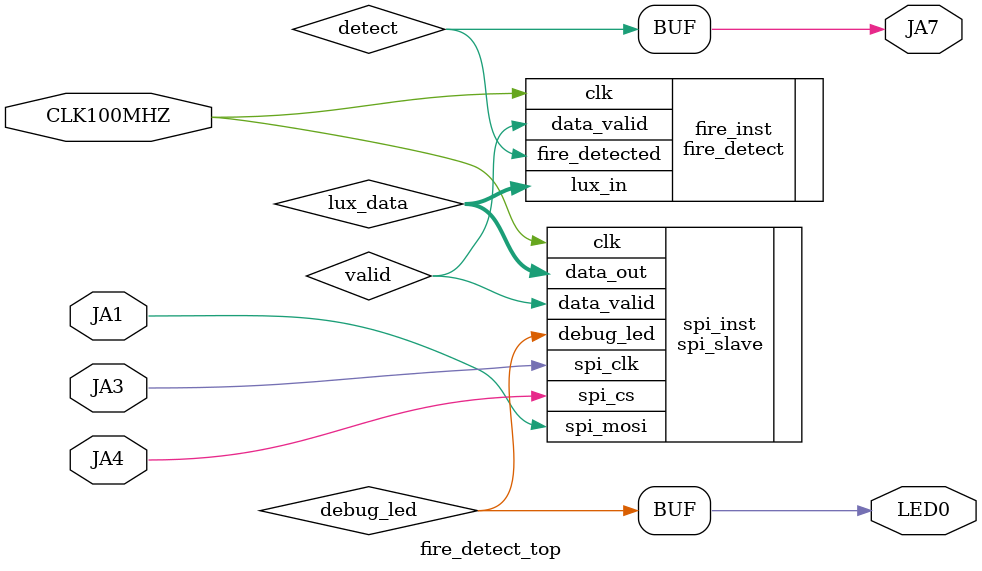
<source format=v>
`timescale 1ns / 1ps

module fire_detect_top(
  input CLK100MHZ,            // Basys3 clock
  input JA1,                  // SPI_MOSI
  input JA3,                  // SPI_SCK
  input JA4,                  // SPI_SS
  output JA7,                 // detect flag to ESP32
  output LED0                 // debug LED
);

  wire [15:0] lux_data;
  wire valid;
  wire detect;
  wire debug_led;             // wire from spi_slave to LED0

  spi_slave spi_inst (
    .clk(CLK100MHZ),
    .spi_clk(JA3),
    .spi_mosi(JA1),
    .spi_cs(JA4),
    .data_out(lux_data),
    .data_valid(valid),
    .debug_led(debug_led)     // connect debug output here
  );

  fire_detect fire_inst (
    .clk(CLK100MHZ),
    .lux_in(lux_data),
    .data_valid(valid),
    .fire_detected(detect)
  );

  assign JA7 = detect;
  assign LED0 = debug_led;    // drive the onboard LED
endmodule

</source>
